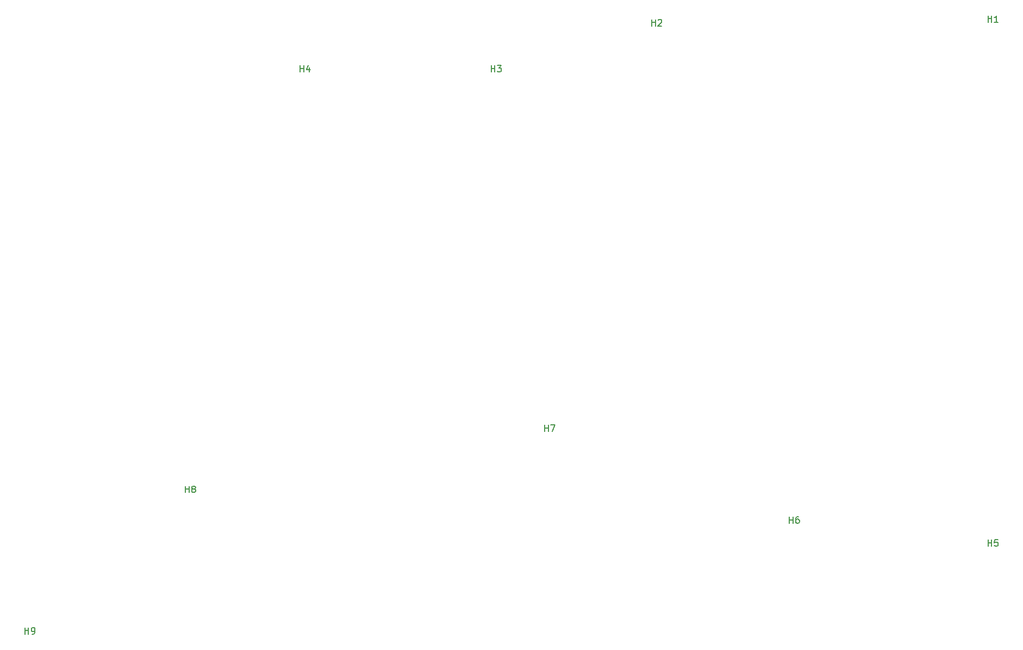
<source format=gbr>
%TF.GenerationSoftware,KiCad,Pcbnew,7.0.2*%
%TF.CreationDate,2023-05-17T13:29:40+02:00*%
%TF.ProjectId,mykeeb_v7a2_top,6d796b65-6562-45f7-9637-61325f746f70,rev?*%
%TF.SameCoordinates,Original*%
%TF.FileFunction,Legend,Top*%
%TF.FilePolarity,Positive*%
%FSLAX46Y46*%
G04 Gerber Fmt 4.6, Leading zero omitted, Abs format (unit mm)*
G04 Created by KiCad (PCBNEW 7.0.2) date 2023-05-17 13:29:40*
%MOMM*%
%LPD*%
G01*
G04 APERTURE LIST*
%ADD10C,0.150000*%
G04 APERTURE END LIST*
D10*
%TO.C,H3*%
X99250679Y-157997129D02*
X99250679Y-156997129D01*
X99250679Y-157473319D02*
X99822107Y-157473319D01*
X99822107Y-157997129D02*
X99822107Y-156997129D01*
X100203060Y-156997129D02*
X100822107Y-156997129D01*
X100822107Y-156997129D02*
X100488774Y-157378081D01*
X100488774Y-157378081D02*
X100631631Y-157378081D01*
X100631631Y-157378081D02*
X100726869Y-157425700D01*
X100726869Y-157425700D02*
X100774488Y-157473319D01*
X100774488Y-157473319D02*
X100822107Y-157568557D01*
X100822107Y-157568557D02*
X100822107Y-157806652D01*
X100822107Y-157806652D02*
X100774488Y-157901890D01*
X100774488Y-157901890D02*
X100726869Y-157949510D01*
X100726869Y-157949510D02*
X100631631Y-157997129D01*
X100631631Y-157997129D02*
X100345917Y-157997129D01*
X100345917Y-157997129D02*
X100250679Y-157949510D01*
X100250679Y-157949510D02*
X100203060Y-157901890D01*
%TO.C,H8*%
X51625639Y-223481559D02*
X51625639Y-222481559D01*
X51625639Y-222957749D02*
X52197067Y-222957749D01*
X52197067Y-223481559D02*
X52197067Y-222481559D01*
X52816115Y-222910130D02*
X52720877Y-222862511D01*
X52720877Y-222862511D02*
X52673258Y-222814892D01*
X52673258Y-222814892D02*
X52625639Y-222719654D01*
X52625639Y-222719654D02*
X52625639Y-222672035D01*
X52625639Y-222672035D02*
X52673258Y-222576797D01*
X52673258Y-222576797D02*
X52720877Y-222529178D01*
X52720877Y-222529178D02*
X52816115Y-222481559D01*
X52816115Y-222481559D02*
X53006591Y-222481559D01*
X53006591Y-222481559D02*
X53101829Y-222529178D01*
X53101829Y-222529178D02*
X53149448Y-222576797D01*
X53149448Y-222576797D02*
X53197067Y-222672035D01*
X53197067Y-222672035D02*
X53197067Y-222719654D01*
X53197067Y-222719654D02*
X53149448Y-222814892D01*
X53149448Y-222814892D02*
X53101829Y-222862511D01*
X53101829Y-222862511D02*
X53006591Y-222910130D01*
X53006591Y-222910130D02*
X52816115Y-222910130D01*
X52816115Y-222910130D02*
X52720877Y-222957749D01*
X52720877Y-222957749D02*
X52673258Y-223005368D01*
X52673258Y-223005368D02*
X52625639Y-223100606D01*
X52625639Y-223100606D02*
X52625639Y-223291082D01*
X52625639Y-223291082D02*
X52673258Y-223386320D01*
X52673258Y-223386320D02*
X52720877Y-223433940D01*
X52720877Y-223433940D02*
X52816115Y-223481559D01*
X52816115Y-223481559D02*
X53006591Y-223481559D01*
X53006591Y-223481559D02*
X53101829Y-223433940D01*
X53101829Y-223433940D02*
X53149448Y-223386320D01*
X53149448Y-223386320D02*
X53197067Y-223291082D01*
X53197067Y-223291082D02*
X53197067Y-223100606D01*
X53197067Y-223100606D02*
X53149448Y-223005368D01*
X53149448Y-223005368D02*
X53101829Y-222957749D01*
X53101829Y-222957749D02*
X53006591Y-222910130D01*
%TO.C,H6*%
X145685093Y-228244063D02*
X145685093Y-227244063D01*
X145685093Y-227720253D02*
X146256521Y-227720253D01*
X146256521Y-228244063D02*
X146256521Y-227244063D01*
X147161283Y-227244063D02*
X146970807Y-227244063D01*
X146970807Y-227244063D02*
X146875569Y-227291682D01*
X146875569Y-227291682D02*
X146827950Y-227339301D01*
X146827950Y-227339301D02*
X146732712Y-227482158D01*
X146732712Y-227482158D02*
X146685093Y-227672634D01*
X146685093Y-227672634D02*
X146685093Y-228053586D01*
X146685093Y-228053586D02*
X146732712Y-228148824D01*
X146732712Y-228148824D02*
X146780331Y-228196444D01*
X146780331Y-228196444D02*
X146875569Y-228244063D01*
X146875569Y-228244063D02*
X147066045Y-228244063D01*
X147066045Y-228244063D02*
X147161283Y-228196444D01*
X147161283Y-228196444D02*
X147208902Y-228148824D01*
X147208902Y-228148824D02*
X147256521Y-228053586D01*
X147256521Y-228053586D02*
X147256521Y-227815491D01*
X147256521Y-227815491D02*
X147208902Y-227720253D01*
X147208902Y-227720253D02*
X147161283Y-227672634D01*
X147161283Y-227672634D02*
X147066045Y-227625015D01*
X147066045Y-227625015D02*
X146875569Y-227625015D01*
X146875569Y-227625015D02*
X146780331Y-227672634D01*
X146780331Y-227672634D02*
X146732712Y-227720253D01*
X146732712Y-227720253D02*
X146685093Y-227815491D01*
%TO.C,H9*%
X26622493Y-245508140D02*
X26622493Y-244508140D01*
X26622493Y-244984330D02*
X27193921Y-244984330D01*
X27193921Y-245508140D02*
X27193921Y-244508140D01*
X27717731Y-245508140D02*
X27908207Y-245508140D01*
X27908207Y-245508140D02*
X28003445Y-245460521D01*
X28003445Y-245460521D02*
X28051064Y-245412901D01*
X28051064Y-245412901D02*
X28146302Y-245270044D01*
X28146302Y-245270044D02*
X28193921Y-245079568D01*
X28193921Y-245079568D02*
X28193921Y-244698616D01*
X28193921Y-244698616D02*
X28146302Y-244603378D01*
X28146302Y-244603378D02*
X28098683Y-244555759D01*
X28098683Y-244555759D02*
X28003445Y-244508140D01*
X28003445Y-244508140D02*
X27812969Y-244508140D01*
X27812969Y-244508140D02*
X27717731Y-244555759D01*
X27717731Y-244555759D02*
X27670112Y-244603378D01*
X27670112Y-244603378D02*
X27622493Y-244698616D01*
X27622493Y-244698616D02*
X27622493Y-244936711D01*
X27622493Y-244936711D02*
X27670112Y-245031949D01*
X27670112Y-245031949D02*
X27717731Y-245079568D01*
X27717731Y-245079568D02*
X27812969Y-245127187D01*
X27812969Y-245127187D02*
X28003445Y-245127187D01*
X28003445Y-245127187D02*
X28098683Y-245079568D01*
X28098683Y-245079568D02*
X28146302Y-245031949D01*
X28146302Y-245031949D02*
X28193921Y-244936711D01*
%TO.C,H2*%
X124253825Y-150853373D02*
X124253825Y-149853373D01*
X124253825Y-150329563D02*
X124825253Y-150329563D01*
X124825253Y-150853373D02*
X124825253Y-149853373D01*
X125253825Y-149948611D02*
X125301444Y-149900992D01*
X125301444Y-149900992D02*
X125396682Y-149853373D01*
X125396682Y-149853373D02*
X125634777Y-149853373D01*
X125634777Y-149853373D02*
X125730015Y-149900992D01*
X125730015Y-149900992D02*
X125777634Y-149948611D01*
X125777634Y-149948611D02*
X125825253Y-150043849D01*
X125825253Y-150043849D02*
X125825253Y-150139087D01*
X125825253Y-150139087D02*
X125777634Y-150281944D01*
X125777634Y-150281944D02*
X125206206Y-150853373D01*
X125206206Y-150853373D02*
X125825253Y-150853373D01*
%TO.C,H1*%
X176641369Y-150258060D02*
X176641369Y-149258060D01*
X176641369Y-149734250D02*
X177212797Y-149734250D01*
X177212797Y-150258060D02*
X177212797Y-149258060D01*
X178212797Y-150258060D02*
X177641369Y-150258060D01*
X177927083Y-150258060D02*
X177927083Y-149258060D01*
X177927083Y-149258060D02*
X177831845Y-149400917D01*
X177831845Y-149400917D02*
X177736607Y-149496155D01*
X177736607Y-149496155D02*
X177641369Y-149543774D01*
%TO.C,H5*%
X176641369Y-231815941D02*
X176641369Y-230815941D01*
X176641369Y-231292131D02*
X177212797Y-231292131D01*
X177212797Y-231815941D02*
X177212797Y-230815941D01*
X178165178Y-230815941D02*
X177688988Y-230815941D01*
X177688988Y-230815941D02*
X177641369Y-231292131D01*
X177641369Y-231292131D02*
X177688988Y-231244512D01*
X177688988Y-231244512D02*
X177784226Y-231196893D01*
X177784226Y-231196893D02*
X178022321Y-231196893D01*
X178022321Y-231196893D02*
X178117559Y-231244512D01*
X178117559Y-231244512D02*
X178165178Y-231292131D01*
X178165178Y-231292131D02*
X178212797Y-231387369D01*
X178212797Y-231387369D02*
X178212797Y-231625464D01*
X178212797Y-231625464D02*
X178165178Y-231720702D01*
X178165178Y-231720702D02*
X178117559Y-231768322D01*
X178117559Y-231768322D02*
X178022321Y-231815941D01*
X178022321Y-231815941D02*
X177784226Y-231815941D01*
X177784226Y-231815941D02*
X177688988Y-231768322D01*
X177688988Y-231768322D02*
X177641369Y-231720702D01*
%TO.C,H4*%
X69485029Y-157997129D02*
X69485029Y-156997129D01*
X69485029Y-157473319D02*
X70056457Y-157473319D01*
X70056457Y-157997129D02*
X70056457Y-156997129D01*
X70961219Y-157330462D02*
X70961219Y-157997129D01*
X70723124Y-156949510D02*
X70485029Y-157663795D01*
X70485029Y-157663795D02*
X71104076Y-157663795D01*
%TO.C,H7*%
X107585061Y-213956551D02*
X107585061Y-212956551D01*
X107585061Y-213432741D02*
X108156489Y-213432741D01*
X108156489Y-213956551D02*
X108156489Y-212956551D01*
X108537442Y-212956551D02*
X109204108Y-212956551D01*
X109204108Y-212956551D02*
X108775537Y-213956551D01*
%TD*%
M02*

</source>
